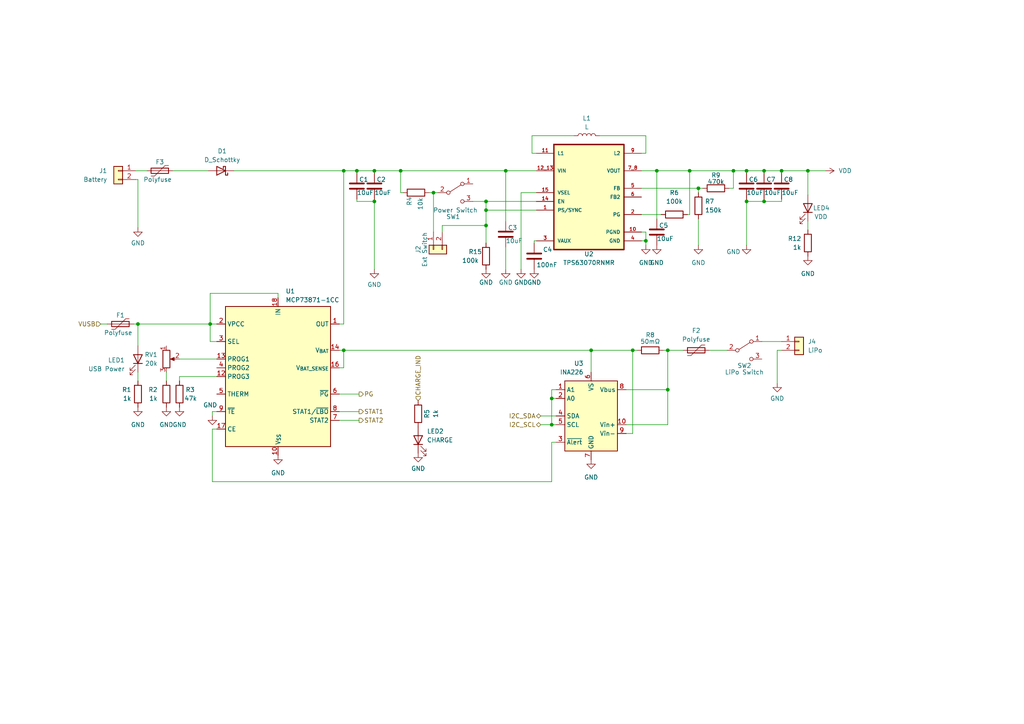
<source format=kicad_sch>
(kicad_sch (version 20230121) (generator eeschema)
  (paper "A4")
  (lib_symbols
    (symbol "Battery_Management:MCP73871-1CC"
      (property "Reference" "U" (at -7.62 24.13 0))
      (property "Value" "MCP73871-1CC" (at -15.24 21.59 0))
      (symbol "MCP73871-1CC_0_1"
        (rectangle (start -15.24 20.32) (end 15.24 -20.32) (stroke (width 0.254)) (fill (type background)))
      )
      (symbol "MCP73871-1CC_1_1"
        (pin power_out line (at 17.78 15.24 180) (length 2.54) (name "OUT") (number "1"))
        (pin power_in line (at 0 -22.86 90) (length 2.54) (name "V_{SS}") (number "10"))
        (pin passive line (at 0 -22.86 90) (length 2.54) hide (name "V_{SS}") (number "11"))
        (pin bidirectional line (at -17.78 0 0) (length 2.54) (name "PROG3") (number "12"))
        (pin bidirectional line (at -17.78 5.08 0) (length 2.54) (name "PROG1") (number "13"))
        (pin power_out line (at 17.78 7.62 180) (length 2.54) (name "V_{BAT}") (number "14"))
        (pin passive line (at 17.78 7.62 180) (length 2.54) hide (name "V_{BAT}") (number "15"))
        (pin input line (at 17.78 2.54 180) (length 2.54) (name "V_{BAT_SENSE}") (number "16"))
        (pin input line (at -17.78 -15.24 0) (length 2.54) (name "CE") (number "17"))
        (pin power_in line (at 0 22.86 270) (length 2.54) (name "IN") (number "18"))
        (pin passive line (at 0 22.86 270) (length 2.54) hide (name "IN") (number "19"))
        (pin input line (at -17.78 15.24 0) (length 2.54) (name "VPCC") (number "2"))
        (pin passive line (at 17.78 15.24 180) (length 2.54) hide (name "OUT") (number "20"))
        (pin passive line (at 0 -22.86 90) (length 2.54) hide (name "V_{SS}") (number "21"))
        (pin input line (at -17.78 10.16 0) (length 2.54) (name "SEL") (number "3"))
        (pin input line (at -17.78 2.54 0) (length 2.54) (name "PROG2") (number "4"))
        (pin bidirectional line (at -17.78 -5.08 0) (length 2.54) (name "THERM") (number "5"))
        (pin open_collector line (at 17.78 -5.08 180) (length 2.54) (name "~{PG}") (number "6"))
        (pin open_collector line (at 17.78 -12.7 180) (length 2.54) (name "STAT2") (number "7"))
        (pin open_collector line (at 17.78 -10.16 180) (length 2.54) (name "STAT1/~{LBO}") (number "8"))
        (pin input line (at -17.78 -10.16 0) (length 2.54) (name "~{TE}") (number "9"))
      )
    )
    (symbol "Connector_Generic:Conn_01x02" (pin_names (offset 1.016) hide)
      (property "Reference" "J" (at 0 2.54 0))
      (property "Value" "Conn_01x02" (at 0 -5.08 0))
      (symbol "Conn_01x02_1_1"
        (rectangle (start -1.27 -2.413) (end 0 -2.667) (stroke (width 0.1524)))
        (rectangle (start -1.27 0.127) (end 0 -0.127) (stroke (width 0.1524)))
        (rectangle (start -1.27 1.27) (end 1.27 -3.81) (stroke (width 0.254)) (fill (type background)))
        (pin passive line (at -5.08 0 0) (length 3.81) (name "Pin_1") (number "1"))
        (pin passive line (at -5.08 -2.54 0) (length 3.81) (name "Pin_2") (number "2"))
      )
    )
    (symbol "Device:C" (pin_numbers hide) (pin_names (offset 0.254))
      (property "Reference" "C" (at 0.635 2.54 0))
      (property "Value" "C" (at 0.635 -2.54 0))
      (symbol "C_0_1"
        (polyline (pts (xy -2.032 -0.762) (xy 2.032 -0.762)) (stroke (width 0.508)))
        (polyline (pts (xy -2.032 0.762) (xy 2.032 0.762)) (stroke (width 0.508)))
      )
      (symbol "C_1_1"
        (pin passive line (at 0 3.81 270) (length 2.794) (name "~") (number "1"))
        (pin passive line (at 0 -3.81 90) (length 2.794) (name "~") (number "2"))
      )
    )
    (symbol "Device:D_Schottky" (pin_numbers hide) (pin_names (offset 1.016) hide)
      (property "Reference" "D" (at 0 2.54 0))
      (property "Value" "D_Schottky" (at 0 -2.54 0))
      (symbol "D_Schottky_0_1"
        (polyline (pts (xy 1.27 0) (xy -1.27 0)))
        (polyline (pts (xy 1.27 1.27) (xy 1.27 -1.27) (xy -1.27 0) (xy 1.27 1.27)) (stroke (width 0.254)))
        (polyline (pts (xy -1.905 0.635) (xy -1.905 1.27) (xy -1.27 1.27) (xy -1.27 -1.27) (xy -0.635 -1.27) (xy -0.635 -0.635)) (stroke (width 0.254)))
      )
      (symbol "D_Schottky_1_1"
        (pin passive line (at -3.81 0 0) (length 2.54) (name "K") (number "1"))
        (pin passive line (at 3.81 0 180) (length 2.54) (name "A") (number "2"))
      )
    )
    (symbol "Device:L" (pin_numbers hide) (pin_names (offset 1.016) hide)
      (property "Reference" "L" (at -1.27 0 90))
      (property "Value" "L" (at 1.905 0 90))
      (symbol "L_0_1"
        (arc (start 0 -2.54) (mid 0.6323 -1.905) (end 0 -1.27))
        (arc (start 0 -1.27) (mid 0.6323 -0.635) (end 0 0))
        (arc (start 0 0) (mid 0.6323 0.635) (end 0 1.27))
        (arc (start 0 1.27) (mid 0.6323 1.905) (end 0 2.54))
      )
      (symbol "L_1_1"
        (pin passive line (at 0 3.81 270) (length 1.27) (name "1") (number "1"))
        (pin passive line (at 0 -3.81 90) (length 1.27) (name "2") (number "2"))
      )
    )
    (symbol "Device:LED" (pin_numbers hide) (pin_names (offset 1.016) hide)
      (property "Reference" "D" (at 0 2.54 0))
      (property "Value" "LED" (at 0 -2.54 0))
      (symbol "LED_0_1"
        (polyline (pts (xy -1.27 -1.27) (xy -1.27 1.27)) (stroke (width 0.254)))
        (polyline (pts (xy -1.27 0) (xy 1.27 0)))
        (polyline (pts (xy 1.27 -1.27) (xy 1.27 1.27) (xy -1.27 0) (xy 1.27 -1.27)) (stroke (width 0.254)))
        (polyline (pts (xy -3.048 -0.762) (xy -4.572 -2.286) (xy -3.81 -2.286) (xy -4.572 -2.286) (xy -4.572 -1.524)))
        (polyline (pts (xy -1.778 -0.762) (xy -3.302 -2.286) (xy -2.54 -2.286) (xy -3.302 -2.286) (xy -3.302 -1.524)))
      )
      (symbol "LED_1_1"
        (pin passive line (at -3.81 0 0) (length 2.54) (name "K") (number "1"))
        (pin passive line (at 3.81 0 180) (length 2.54) (name "A") (number "2"))
      )
    )
    (symbol "Device:Polyfuse" (pin_numbers hide) (pin_names (offset 0))
      (property "Reference" "F" (at -2.54 0 90))
      (property "Value" "Polyfuse" (at 2.54 0 90))
      (symbol "Polyfuse_0_1"
        (rectangle (start -0.762 2.54) (end 0.762 -2.54) (stroke (width 0.254)))
        (polyline (pts (xy 0 2.54) (xy 0 -2.54)))
        (polyline (pts (xy -1.524 2.54) (xy -1.524 1.524) (xy 1.524 -1.524) (xy 1.524 -2.54)))
      )
      (symbol "Polyfuse_1_1"
        (pin passive line (at 0 3.81 270) (length 1.27) (name "~") (number "1"))
        (pin passive line (at 0 -3.81 90) (length 1.27) (name "~") (number "2"))
      )
    )
    (symbol "Device:R" (pin_numbers hide) (pin_names (offset 0))
      (property "Reference" "R" (at 2.032 0 90))
      (property "Value" "R" (at 0 0 90))
      (symbol "R_0_1"
        (rectangle (start -1.016 -2.54) (end 1.016 2.54) (stroke (width 0.254)))
      )
      (symbol "R_1_1"
        (pin passive line (at 0 3.81 270) (length 1.27) (name "~") (number "1"))
        (pin passive line (at 0 -3.81 90) (length 1.27) (name "~") (number "2"))
      )
    )
    (symbol "Device:R_Potentiometer" (pin_names (offset 1.016) hide)
      (property "Reference" "RV" (at -4.445 0 90))
      (property "Value" "R_Potentiometer" (at -2.54 0 90))
      (symbol "R_Potentiometer_0_1"
        (polyline (pts (xy 2.54 0) (xy 1.524 0)))
        (polyline (pts (xy 1.143 0) (xy 2.286 0.508) (xy 2.286 -0.508) (xy 1.143 0)) (fill (type outline)))
        (rectangle (start 1.016 2.54) (end -1.016 -2.54) (stroke (width 0.254)))
      )
      (symbol "R_Potentiometer_1_1"
        (pin passive line (at 0 3.81 270) (length 1.27) (name "1") (number "1"))
        (pin passive line (at 3.81 0 180) (length 1.27) (name "2") (number "2"))
        (pin passive line (at 0 -3.81 90) (length 1.27) (name "3") (number "3"))
      )
    )
    (symbol "Sensor_Energy:INA226"
      (property "Reference" "U" (at -6.35 11.43 0))
      (property "Value" "INA226" (at 3.81 11.43 0))
      (symbol "INA226_0_1"
        (rectangle (start 7.62 10.16) (end -7.62 -10.16) (stroke (width 0.254)) (fill (type background)))
      )
      (symbol "INA226_1_1"
        (pin input line (at 10.16 7.62 180) (length 2.54) (name "A1") (number "1"))
        (pin input line (at -10.16 -2.54 0) (length 2.54) (name "Vin+") (number "10"))
        (pin input line (at 10.16 5.08 180) (length 2.54) (name "A0") (number "2"))
        (pin open_collector line (at 10.16 -7.62 180) (length 2.54) (name "~{Alert}") (number "3"))
        (pin bidirectional line (at 10.16 0 180) (length 2.54) (name "SDA") (number "4"))
        (pin input line (at 10.16 -2.54 180) (length 2.54) (name "SCL") (number "5"))
        (pin power_in line (at 0 12.7 270) (length 2.54) (name "VS") (number "6"))
        (pin power_in line (at 0 -12.7 90) (length 2.54) (name "GND") (number "7"))
        (pin input line (at -10.16 7.62 0) (length 2.54) (name "Vbus") (number "8"))
        (pin input line (at -10.16 -5.08 0) (length 2.54) (name "Vin-") (number "9"))
      )
    )
    (symbol "Switch:SW_SPDT" (pin_names (offset 0) hide)
      (property "Reference" "SW" (at 0 4.318 0))
      (property "Value" "SW_SPDT" (at 0 -5.08 0))
      (symbol "SW_SPDT_0_0"
        (circle (center -2.032 0) (radius 0.508))
        (circle (center 2.032 -2.54) (radius 0.508))
      )
      (symbol "SW_SPDT_0_1"
        (polyline (pts (xy -1.524 0.254) (xy 1.651 2.286)))
        (circle (center 2.032 2.54) (radius 0.508))
      )
      (symbol "SW_SPDT_1_1"
        (pin passive line (at 5.08 2.54 180) (length 2.54) (name "A") (number "1"))
        (pin passive line (at -5.08 0 0) (length 2.54) (name "B") (number "2"))
        (pin passive line (at 5.08 -2.54 180) (length 2.54) (name "C") (number "3"))
      )
    )
    (symbol "WOBCLibrary:TPS63070RNMR" (pin_names (offset 1.016))
      (property "Reference" "U" (at -12.7 29.21 0))
      (property "Value" "TPS63070RNMR" (at -12.7 -19.24 0))
      (symbol "TPS63070RNMR_0_0"
        (rectangle (start -10.16 15.24) (end 10.16 -15.24) (stroke (width 0.41)) (fill (type background)))
        (pin input line (at -15.24 -3.81 0) (length 5.08) (name "PS/SYNC") (number "1"))
        (pin power_in line (at 15.24 -10.16 180) (length 5.08) (name "PGND") (number "10"))
        (pin bidirectional line (at -15.24 12.7 0) (length 5.08) (name "L1") (number "11"))
        (pin input line (at -15.24 7.62 0) (length 5.08) (name "VIN") (number "12_13"))
        (pin input line (at -15.24 -1.27 0) (length 5.08) (name "EN") (number "14"))
        (pin input line (at -15.24 1.27 0) (length 5.08) (name "VSEL") (number "15"))
        (pin output line (at 15.24 -5.08 180) (length 5.08) (name "PG") (number "2"))
        (pin output line (at -15.24 -12.7 0) (length 5.08) (name "VAUX") (number "3"))
        (pin power_in line (at 15.24 -12.7 180) (length 5.08) (name "GND") (number "4"))
        (pin input line (at 15.24 2.54 180) (length 5.08) (name "FB") (number "5"))
        (pin output line (at 15.24 0 180) (length 5.08) (name "FB2") (number "6"))
        (pin output line (at 15.24 7.62 180) (length 5.08) (name "VOUT") (number "7_8"))
        (pin bidirectional line (at 15.24 12.7 180) (length 5.08) (name "L2") (number "9"))
      )
    )
    (symbol "power:GND" (power) (pin_names (offset 0))
      (property "Value" "GND" (at 0 -3.81 0))
      (symbol "GND_0_1"
        (polyline (pts (xy 0 0) (xy 0 -1.27) (xy 1.27 -1.27) (xy 0 -2.54) (xy -1.27 -1.27) (xy 0 -1.27)))
      )
      (symbol "GND_1_1"
        (pin power_in line (at 0 0 270) (length 0) hide (name "GND") (number "1"))
      )
    )
    (symbol "power:VDD" (power) (pin_names (offset 0))
      (property "Value" "VDD" (at 0 3.81 0))
      (symbol "VDD_0_1"
        (polyline (pts (xy -0.762 1.27) (xy 0 2.54)))
        (polyline (pts (xy 0 0) (xy 0 2.54)))
        (polyline (pts (xy 0 2.54) (xy 0.762 1.27)))
      )
      (symbol "VDD_1_1"
        (pin power_in line (at 0 0 90) (length 0) hide (name "VDD") (number "1"))
      )
    )
  )
  (junction (at 200.025 49.53))
  (junction (at 216.535 58.42))
  (junction (at 140.97 60.96))
  (junction (at 212.725 49.53))
  (junction (at 187.325 69.85))
  (junction (at 202.565 54.61))
  (junction (at 221.615 58.42))
  (junction (at 103.505 49.53))
  (junction (at 171.45 101.6))
  (junction (at 40.005 93.98))
  (junction (at 146.685 49.53))
  (junction (at 140.97 65.405))
  (junction (at 160.02 123.19))
  (junction (at 216.535 49.53))
  (junction (at 183.515 101.6))
  (junction (at 108.585 58.42))
  (junction (at 221.615 49.53))
  (junction (at 99.695 101.6))
  (junction (at 125.73 55.88))
  (junction (at 160.02 115.57))
  (junction (at 99.695 49.53))
  (junction (at 60.96 93.98))
  (junction (at 193.675 113.03))
  (junction (at 108.585 49.53))
  (junction (at 234.315 49.53))
  (junction (at 226.695 49.53))
  (junction (at 190.5 49.53))
  (junction (at 140.97 58.42))
  (junction (at 116.205 49.53))
  (junction (at 193.675 101.6))
  (wire (pts (xy 116.205 55.88) (xy 116.205 49.53)))
  (wire (pts (xy 128.27 65.405) (xy 140.97 65.405)))
  (wire (pts (xy 225.425 101.6) (xy 226.695 101.6)))
  (wire (pts (xy 202.565 54.61) (xy 203.835 54.61)))
  (wire (pts (xy 52.07 104.14) (xy 62.865 104.14)))
  (wire (pts (xy 98.425 119.38) (xy 104.14 119.38)))
  (wire (pts (xy 225.425 111.125) (xy 225.425 101.6)))
  (wire (pts (xy 146.685 49.53) (xy 155.575 49.53)))
  (wire (pts (xy 103.505 49.53) (xy 103.505 50.165)))
  (wire (pts (xy 221.615 57.785) (xy 221.615 58.42)))
  (wire (pts (xy 221.615 49.53) (xy 226.695 49.53)))
  (wire (pts (xy 160.02 115.57) (xy 160.02 113.03)))
  (wire (pts (xy 220.98 99.06) (xy 226.695 99.06)))
  (wire (pts (xy 202.565 55.88) (xy 202.565 54.61)))
  (wire (pts (xy 191.77 62.23) (xy 186.055 62.23)))
  (wire (pts (xy 154.305 44.45) (xy 155.575 44.45)))
  (wire (pts (xy 187.325 39.37) (xy 187.325 44.45)))
  (wire (pts (xy 52.07 110.49) (xy 52.07 109.22)))
  (wire (pts (xy 140.97 60.96) (xy 140.97 65.405)))
  (wire (pts (xy 29.21 93.98) (xy 31.115 93.98)))
  (wire (pts (xy 61.595 124.46) (xy 61.595 139.7)))
  (wire (pts (xy 39.37 52.07) (xy 40.005 52.07)))
  (wire (pts (xy 192.405 101.6) (xy 193.675 101.6)))
  (wire (pts (xy 187.325 69.85) (xy 186.055 69.85)))
  (wire (pts (xy 221.615 58.42) (xy 216.535 58.42)))
  (wire (pts (xy 226.695 49.53) (xy 234.315 49.53)))
  (wire (pts (xy 128.27 67.31) (xy 128.27 65.405)))
  (wire (pts (xy 99.695 101.6) (xy 98.425 101.6)))
  (wire (pts (xy 99.695 106.68) (xy 99.695 101.6)))
  (wire (pts (xy 193.675 113.03) (xy 193.675 101.6)))
  (wire (pts (xy 160.02 128.27) (xy 161.29 128.27)))
  (wire (pts (xy 103.505 58.42) (xy 108.585 58.42)))
  (wire (pts (xy 226.695 58.42) (xy 221.615 58.42)))
  (wire (pts (xy 202.565 63.5) (xy 202.565 71.12)))
  (wire (pts (xy 156.845 120.65) (xy 161.29 120.65)))
  (wire (pts (xy 186.055 49.53) (xy 190.5 49.53)))
  (wire (pts (xy 116.205 49.53) (xy 146.685 49.53)))
  (wire (pts (xy 181.61 125.73) (xy 183.515 125.73)))
  (wire (pts (xy 108.585 58.42) (xy 108.585 78.105)))
  (wire (pts (xy 212.725 49.53) (xy 216.535 49.53)))
  (wire (pts (xy 124.46 55.88) (xy 125.73 55.88)))
  (wire (pts (xy 40.005 110.49) (xy 40.005 107.95)))
  (wire (pts (xy 154.94 70.485) (xy 154.94 69.85)))
  (wire (pts (xy 103.505 57.785) (xy 103.505 58.42)))
  (wire (pts (xy 205.74 101.6) (xy 210.82 101.6)))
  (wire (pts (xy 183.515 101.6) (xy 184.785 101.6)))
  (wire (pts (xy 108.585 57.785) (xy 108.585 58.42)))
  (wire (pts (xy 160.02 115.57) (xy 160.02 123.19)))
  (wire (pts (xy 156.845 123.19) (xy 160.02 123.19)))
  (wire (pts (xy 38.735 93.98) (xy 40.005 93.98)))
  (wire (pts (xy 226.695 49.53) (xy 226.695 50.165)))
  (wire (pts (xy 154.305 39.37) (xy 154.305 44.45)))
  (wire (pts (xy 161.29 115.57) (xy 160.02 115.57)))
  (wire (pts (xy 125.73 55.88) (xy 125.73 67.31)))
  (wire (pts (xy 234.315 49.53) (xy 239.395 49.53)))
  (wire (pts (xy 140.97 58.42) (xy 155.575 58.42)))
  (wire (pts (xy 187.325 44.45) (xy 186.055 44.45)))
  (wire (pts (xy 226.695 57.785) (xy 226.695 58.42)))
  (wire (pts (xy 183.515 101.6) (xy 183.515 125.73)))
  (wire (pts (xy 160.02 139.7) (xy 160.02 128.27)))
  (wire (pts (xy 60.96 93.98) (xy 62.865 93.98)))
  (wire (pts (xy 200.025 49.53) (xy 212.725 49.53)))
  (wire (pts (xy 155.575 55.88) (xy 151.13 55.88)))
  (wire (pts (xy 108.585 49.53) (xy 108.585 50.165)))
  (wire (pts (xy 60.96 99.06) (xy 60.96 93.98)))
  (wire (pts (xy 181.61 113.03) (xy 193.675 113.03)))
  (wire (pts (xy 61.595 120.65) (xy 61.595 119.38)))
  (wire (pts (xy 104.14 121.92) (xy 98.425 121.92)))
  (wire (pts (xy 216.535 58.42) (xy 216.535 57.785)))
  (wire (pts (xy 193.675 101.6) (xy 198.12 101.6)))
  (wire (pts (xy 199.39 62.23) (xy 200.025 62.23)))
  (wire (pts (xy 187.325 69.85) (xy 187.325 71.12)))
  (wire (pts (xy 186.055 54.61) (xy 202.565 54.61)))
  (wire (pts (xy 211.455 54.61) (xy 212.725 54.61)))
  (wire (pts (xy 98.425 106.68) (xy 99.695 106.68)))
  (wire (pts (xy 155.575 60.96) (xy 140.97 60.96)))
  (wire (pts (xy 103.505 49.53) (xy 108.585 49.53)))
  (wire (pts (xy 62.865 99.06) (xy 60.96 99.06)))
  (wire (pts (xy 190.5 49.53) (xy 200.025 49.53)))
  (wire (pts (xy 40.005 52.07) (xy 40.005 66.04)))
  (wire (pts (xy 160.02 123.19) (xy 161.29 123.19)))
  (wire (pts (xy 171.45 101.6) (xy 183.515 101.6)))
  (wire (pts (xy 190.5 49.53) (xy 190.5 63.5)))
  (wire (pts (xy 187.325 67.31) (xy 187.325 69.85)))
  (wire (pts (xy 146.685 64.135) (xy 146.685 49.53)))
  (wire (pts (xy 116.84 55.88) (xy 116.205 55.88)))
  (wire (pts (xy 67.945 49.53) (xy 99.695 49.53)))
  (wire (pts (xy 140.97 58.42) (xy 140.97 60.96)))
  (wire (pts (xy 212.725 54.61) (xy 212.725 49.53)))
  (wire (pts (xy 200.025 62.23) (xy 200.025 49.53)))
  (wire (pts (xy 98.425 114.3) (xy 104.14 114.3)))
  (wire (pts (xy 146.685 71.755) (xy 146.685 78.105)))
  (wire (pts (xy 99.695 49.53) (xy 103.505 49.53)))
  (wire (pts (xy 137.16 58.42) (xy 140.97 58.42)))
  (wire (pts (xy 160.02 113.03) (xy 161.29 113.03)))
  (wire (pts (xy 151.13 55.88) (xy 151.13 78.105)))
  (wire (pts (xy 181.61 123.19) (xy 193.675 123.19)))
  (wire (pts (xy 60.96 85.09) (xy 60.96 93.98)))
  (wire (pts (xy 108.585 49.53) (xy 116.205 49.53)))
  (wire (pts (xy 50.165 49.53) (xy 60.325 49.53)))
  (wire (pts (xy 52.07 109.22) (xy 62.865 109.22)))
  (wire (pts (xy 154.94 69.85) (xy 155.575 69.85)))
  (wire (pts (xy 140.97 65.405) (xy 140.97 70.485)))
  (wire (pts (xy 186.055 67.31) (xy 187.325 67.31)))
  (wire (pts (xy 39.37 49.53) (xy 42.545 49.53)))
  (wire (pts (xy 80.645 85.09) (xy 60.96 85.09)))
  (wire (pts (xy 98.425 93.98) (xy 99.695 93.98)))
  (wire (pts (xy 80.645 86.36) (xy 80.645 85.09)))
  (wire (pts (xy 216.535 49.53) (xy 216.535 50.165)))
  (wire (pts (xy 61.595 139.7) (xy 160.02 139.7)))
  (wire (pts (xy 40.005 93.98) (xy 60.96 93.98)))
  (wire (pts (xy 48.26 110.49) (xy 48.26 107.95)))
  (wire (pts (xy 234.315 66.675) (xy 234.315 64.135)))
  (wire (pts (xy 234.315 49.53) (xy 234.315 56.515)))
  (wire (pts (xy 166.37 39.37) (xy 154.305 39.37)))
  (wire (pts (xy 171.45 101.6) (xy 171.45 107.95)))
  (wire (pts (xy 99.695 49.53) (xy 99.695 93.98)))
  (wire (pts (xy 99.695 101.6) (xy 171.45 101.6)))
  (wire (pts (xy 216.535 58.42) (xy 216.535 71.12)))
  (wire (pts (xy 40.005 93.98) (xy 40.005 100.33)))
  (wire (pts (xy 125.73 55.88) (xy 127 55.88)))
  (wire (pts (xy 221.615 49.53) (xy 221.615 50.165)))
  (wire (pts (xy 173.99 39.37) (xy 187.325 39.37)))
  (wire (pts (xy 62.865 124.46) (xy 61.595 124.46)))
  (wire (pts (xy 216.535 49.53) (xy 221.615 49.53)))
  (wire (pts (xy 193.675 123.19) (xy 193.675 113.03)))
  (wire (pts (xy 61.595 119.38) (xy 62.865 119.38)))
  (hierarchical_label "STAT1" (shape output) (at 104.14 119.38 0))
  (hierarchical_label "STAT2" (shape output) (at 104.14 121.92 0))
  (hierarchical_label "I2C_SCL" (shape bidirectional) (at 156.845 123.19 180))
  (hierarchical_label "PG" (shape output) (at 104.14 114.3 0))
  (hierarchical_label "CHARGE_IND" (shape input) (at 121.285 116.205 90))
  (hierarchical_label "I2C_SDA" (shape bidirectional) (at 156.845 120.65 180))
  (hierarchical_label "VUSB" (shape input) (at 29.21 93.98 180))
  (symbol (lib_id "power:GND") (at 80.645 132.08 0) (unit 1)
    (property "Reference" "#PWR07" (effects hide))
    (property "Value" "GND" (at 80.645 137.16 0))
  )
  (symbol (lib_id "Device:C") (at 221.615 53.975 0) (unit 1)
    (property "Reference" "C7" (at 222.25 52.07 0) (effects (justify left)))
    (property "Value" "10uF" (at 221.615 55.88 0) (effects (justify left)))
    (property "Footprint" "Capacitor_SMD:C_0805_2012Metric" (effects hide))
  )
  (symbol (lib_id "Device:Polyfuse") (at 46.355 49.53 90) (unit 1)
    (property "Reference" "F3" (at 46.355 46.99 90))
    (property "Value" "Polyfuse" (at 45.72 52.07 90))
  )
  (symbol (lib_id "Device:LED") (at 234.315 60.325 270) (mirror x) (unit 1)
    (property "Reference" "LED4" (at 240.665 60.325 90) (effects (justify right)))
    (property "Value" "VDD" (at 240.03 62.865 90) (effects (justify right)))
    (property "Footprint" "LED_SMD:LED_0603_1608Metric" (effects hide))
  )
  (symbol (lib_id "Device:R") (at 40.005 114.3 0) (mirror y) (unit 1)
    (property "Reference" "R1" (at 38.1 113.03 0) (effects (justify left)))
    (property "Value" "1k" (at 38.1 115.57 0) (effects (justify left)))
    (property "Footprint" "PCM_Resistor_SMD_AKL:R_0402_1005Metric" (effects hide))
  )
  (symbol (lib_id "Device:C") (at 103.505 53.975 0) (unit 1)
    (property "Reference" "C1" (at 104.14 52.07 0) (effects (justify left)))
    (property "Value" "10uF" (at 103.505 55.88 0) (effects (justify left)))
    (property "Footprint" "Capacitor_SMD:C_0805_2012Metric" (effects hide))
  )
  (symbol (lib_id "power:GND") (at 40.005 66.04 0) (unit 1)
    (property "Reference" "#PWR01" (effects hide))
    (property "Value" "GND" (at 40.005 70.485 0))
  )
  (symbol (lib_id "Device:C") (at 216.535 53.975 0) (unit 1)
    (property "Reference" "C6" (at 217.17 52.07 0) (effects (justify left)))
    (property "Value" "10uF" (at 216.535 55.88 0) (effects (justify left)))
    (property "Footprint" "Capacitor_SMD:C_0805_2012Metric" (effects hide))
  )
  (symbol (lib_id "Device:L") (at 170.18 39.37 90) (unit 1)
    (property "Reference" "L1" (at 170.18 34.29 90))
    (property "Value" "L" (at 170.18 36.83 90))
    (property "Footprint" "Inductor_SMD:L_Wuerth_WE-TPC-3816" (effects hide))
  )
  (symbol (lib_id "Connector_Generic:Conn_01x02") (at 231.775 99.06 0) (unit 1)
    (property "Reference" "J4" (at 234.315 99.06 0) (effects (justify left)))
    (property "Value" "LiPo" (at 234.315 101.6 0) (effects (justify left)))
    (property "Footprint" "Connector_JST:JST_PH_S2B-PH-K_1x02_P2.00mm_Horizontal" (effects hide))
  )
  (symbol (lib_id "power:GND") (at 187.325 71.12 0) (unit 1)
    (property "Reference" "#PWR012" (effects hide))
    (property "Value" "GND" (at 187.325 76.2 0))
  )
  (symbol (lib_id "power:GND") (at 171.45 133.35 0) (unit 1)
    (property "Reference" "#PWR013" (effects hide))
    (property "Value" "GND" (at 171.45 138.43 0))
  )
  (symbol (lib_id "power:GND") (at 225.425 111.125 0) (unit 1)
    (property "Reference" "#PWR019" (effects hide))
    (property "Value" "GND" (at 225.425 115.57 0))
  )
  (symbol (lib_id "Device:C") (at 190.5 67.31 0) (unit 1)
    (property "Reference" "C5" (at 191.135 65.405 0) (effects (justify left)))
    (property "Value" "10uF" (at 190.5 69.215 0) (effects (justify left)))
    (property "Footprint" "Capacitor_SMD:C_0603_1608Metric" (effects hide))
  )
  (symbol (lib_id "Device:C") (at 226.695 53.975 0) (unit 1)
    (property "Reference" "C8" (at 227.33 52.07 0) (effects (justify left)))
    (property "Value" "10uF" (at 226.695 55.88 0) (effects (justify left)))
    (property "Footprint" "Capacitor_SMD:C_0805_2012Metric" (effects hide))
  )
  (symbol (lib_id "power:GND") (at 108.585 78.105 0) (unit 1)
    (property "Reference" "#PWR08" (effects hide))
    (property "Value" "GND" (at 108.585 82.55 0))
  )
  (symbol (lib_id "Device:R") (at 207.645 54.61 90) (unit 1)
    (property "Reference" "R9" (at 207.645 50.8 90))
    (property "Value" "470k" (at 207.645 52.705 90))
    (property "Footprint" "PCM_Resistor_SMD_AKL:R_0402_1005Metric" (effects hide))
  )
  (symbol (lib_id "Device:C") (at 154.94 74.295 0) (unit 1)
    (property "Reference" "C4" (at 157.48 72.39 0) (effects (justify left)))
    (property "Value" "100nF" (at 155.575 76.835 0) (effects (justify left)))
    (property "Footprint" "Capacitor_SMD:C_0402_1005Metric" (effects hide))
  )
  (symbol (lib_id "power:GND") (at 234.315 74.295 0) (unit 1)
    (property "Reference" "#PWR021" (effects hide))
    (property "Value" "GND" (at 234.315 79.375 0))
  )
  (symbol (lib_id "power:GND") (at 216.535 71.12 0) (unit 1)
    (property "Reference" "#PWR016" (effects hide))
    (property "Value" "GND" (at 212.725 73.025 0))
  )
  (symbol (lib_id "Device:R") (at 188.595 101.6 90) (unit 1)
    (property "Reference" "R8" (at 188.595 97.155 90))
    (property "Value" "50mΩ" (at 188.595 99.06 90))
    (property "Footprint" "Resistor_SMD:R_0805_2012Metric" (effects hide))
  )
  (symbol (lib_id "Device:R_Potentiometer") (at 48.26 104.14 0) (unit 1)
    (property "Reference" "RV1" (at 45.72 102.87 0) (effects (justify right)))
    (property "Value" "20k" (at 45.72 105.41 0) (effects (justify right)))
    (property "Footprint" "PCM_Resistor_SMD_AKL:R_0402_1005Metric" (effects hide))
  )
  (symbol (lib_id "Device:C") (at 108.585 53.975 0) (unit 1)
    (property "Reference" "C2" (at 109.22 52.07 0) (effects (justify left)))
    (property "Value" "10uF" (at 108.585 55.88 0) (effects (justify left)))
    (property "Footprint" "Capacitor_SMD:C_0805_2012Metric" (effects hide))
  )
  (symbol (lib_id "power:GND") (at 48.26 118.11 0) (unit 1)
    (property "Reference" "#PWR03" (effects hide))
    (property "Value" "GND" (at 48.26 123.19 0))
  )
  (symbol (lib_id "Device:R") (at 48.26 114.3 0) (mirror y) (unit 1)
    (property "Reference" "R2" (at 45.72 113.03 0) (effects (justify left)))
    (property "Value" "1k" (at 45.72 115.57 0) (effects (justify left)))
    (property "Footprint" "PCM_Resistor_SMD_AKL:R_0402_1005Metric" (effects hide))
  )
  (symbol (lib_id "Device:D_Schottky") (at 64.135 49.53 180) (unit 1)
    (property "Reference" "D1" (at 64.4525 43.815 0))
    (property "Value" "D_Schottky" (at 64.4525 46.355 0))
  )
  (symbol (lib_id "Device:R") (at 121.285 120.015 180) (unit 1)
    (property "Reference" "R5" (at 123.825 120.015 90))
    (property "Value" "1k" (at 126.365 120.015 90))
    (property "Footprint" "PCM_Resistor_SMD_AKL:R_0402_1005Metric" (effects hide))
  )
  (symbol (lib_id "Device:R") (at 140.97 74.295 0) (unit 1)
    (property "Reference" "R15" (at 135.89 73.025 0) (effects (justify left)))
    (property "Value" "100k" (at 133.985 75.565 0) (effects (justify left)))
    (property "Footprint" "PCM_Resistor_SMD_AKL:R_0402_1005Metric" (effects hide))
  )
  (symbol (lib_id "power:GND") (at 121.285 131.445 0) (unit 1)
    (property "Reference" "#PWR024" (effects hide))
    (property "Value" "GND" (at 121.285 135.89 0))
  )
  (symbol (lib_id "power:GND") (at 140.97 78.105 0) (unit 1)
    (property "Reference" "#PWR025" (effects hide))
    (property "Value" "GND" (at 140.97 81.915 0))
  )
  (symbol (lib_id "power:GND") (at 146.685 78.105 0) (unit 1)
    (property "Reference" "#PWR06" (effects hide))
    (property "Value" "GND" (at 146.685 81.915 0))
  )
  (symbol (lib_id "Device:R") (at 234.315 70.485 0) (mirror y) (unit 1)
    (property "Reference" "R12" (at 232.41 69.215 0) (effects (justify left)))
    (property "Value" "1k" (at 232.41 71.755 0) (effects (justify left)))
    (property "Footprint" "PCM_Resistor_SMD_AKL:R_0402_1005Metric" (effects hide))
  )
  (symbol (lib_id "power:VDD") (at 239.395 49.53 270) (unit 1)
    (property "Reference" "#PWR022" (effects hide))
    (property "Value" "VDD" (at 243.205 49.53 90) (effects (justify left)))
  )
  (symbol (lib_id "Device:R") (at 195.58 62.23 270) (unit 1)
    (property "Reference" "R6" (at 195.58 55.88 90))
    (property "Value" "100k" (at 195.58 58.42 90))
    (property "Footprint" "PCM_Resistor_SMD_AKL:R_0402_1005Metric" (effects hide))
  )
  (symbol (lib_id "power:GND") (at 52.07 118.11 0) (unit 1)
    (property "Reference" "#PWR04" (effects hide))
    (property "Value" "GND" (at 52.07 123.19 0))
  )
  (symbol (lib_id "Device:C") (at 146.685 67.945 0) (unit 1)
    (property "Reference" "C3" (at 147.32 66.04 0) (effects (justify left)))
    (property "Value" "10uF" (at 146.685 69.85 0) (effects (justify left)))
    (property "Footprint" "Capacitor_SMD:C_0603_1608Metric" (effects hide))
  )
  (symbol (lib_id "Device:R") (at 120.65 55.88 90) (unit 1)
    (property "Reference" "R4" (at 118.745 59.69 0) (effects (justify left)))
    (property "Value" "10k" (at 121.92 60.96 0) (effects (justify left)))
    (property "Footprint" "PCM_Resistor_SMD_AKL:R_0402_1005Metric" (effects hide))
  )
  (symbol (lib_id "Sensor_Energy:INA226") (at 171.45 120.65 0) (mirror y) (unit 1)
    (property "Reference" "U3" (at 169.2559 105.41 0) (effects (justify left)))
    (property "Value" "INA226" (at 169.2559 107.95 0) (effects (justify left)))
    (property "Footprint" "Package_SO:VSSOP-10_3x3mm_P0.5mm" (effects hide))
    (property "Datasheet" "http://www.ti.com/lit/ds/symlink/ina226.pdf" (effects hide))
  )
  (symbol (lib_id "power:GND") (at 61.595 120.65 0) (unit 1)
    (property "Reference" "#PWR05" (effects hide))
    (property "Value" "GND" (at 60.96 117.475 0))
  )
  (symbol (lib_id "Connector_Generic:Conn_01x02") (at 125.73 72.39 90) (mirror x) (unit 1)
    (property "Reference" "J2" (at 121.285 72.39 0))
    (property "Value" "Ext Switch" (at 123.19 72.39 0))
    (property "Footprint" "Connector_JST:JST_PH_S2B-PH-K_1x02_P2.00mm_Horizontal" (effects hide))
  )
  (symbol (lib_id "power:GND") (at 40.005 118.11 0) (unit 1)
    (property "Reference" "#PWR02" (effects hide))
    (property "Value" "GND" (at 40.005 123.19 0))
  )
  (symbol (lib_id "power:GND") (at 190.5 71.12 0) (unit 1)
    (property "Reference" "#PWR014" (effects hide))
    (property "Value" "GND" (at 190.5 76.2 0))
  )
  (symbol (lib_id "Switch:SW_SPDT") (at 215.9 101.6 0) (unit 1)
    (property "Reference" "SW2" (at 215.9 106.045 0))
    (property "Value" "LiPo Switch" (at 215.9 107.95 0))
  )
  (symbol (lib_id "power:GND") (at 151.13 78.105 0) (unit 1)
    (property "Reference" "#PWR010" (effects hide))
    (property "Value" "GND" (at 151.13 81.915 0))
  )
  (symbol (lib_id "Device:LED") (at 121.285 127.635 90) (unit 1)
    (property "Reference" "LED2" (at 123.825 125.095 90) (effects (justify right)))
    (property "Value" "CHARGE" (at 123.825 127.635 90) (effects (justify right)))
    (property "Footprint" "LED_SMD:LED_0603_1608Metric" (effects hide))
  )
  (symbol (lib_id "Device:R") (at 202.565 59.69 180) (unit 1)
    (property "Reference" "R7" (at 204.47 58.42 0) (effects (justify right)))
    (property "Value" "150k" (at 204.47 60.96 0) (effects (justify right)))
    (property "Footprint" "PCM_Resistor_SMD_AKL:R_0402_1005Metric" (effects hide))
  )
  (symbol (lib_id "Connector_Generic:Conn_01x02") (at 34.29 49.53 0) (mirror y) (unit 1)
    (property "Reference" "J1" (at 31.115 49.53 0) (effects (justify left)))
    (property "Value" "Battery" (at 31.115 52.07 0) (effects (justify left)))
    (property "Footprint" "Connector_JST:JST_XH_S2B-XH-A_1x02_P2.50mm_Horizontal" (effects hide))
  )
  (symbol (lib_id "Device:Polyfuse") (at 34.925 93.98 90) (unit 1)
    (property "Reference" "F1" (at 34.925 91.44 90))
    (property "Value" "Polyfuse" (at 34.29 96.52 90))
  )
  (symbol (lib_id "Device:R") (at 52.07 114.3 0) (mirror y) (unit 1)
    (property "Reference" "R3" (at 56.515 113.03 0) (effects (justify left)))
    (property "Value" "47k" (at 57.15 115.57 0) (effects (justify left)))
    (property "Footprint" "PCM_Resistor_SMD_AKL:R_0402_1005Metric" (effects hide))
  )
  (symbol (lib_id "Device:Polyfuse") (at 201.93 101.6 90) (unit 1)
    (property "Reference" "F2" (at 201.93 95.885 90))
    (property "Value" "Polyfuse" (at 201.93 98.425 90))
  )
  (symbol (lib_id "power:GND") (at 202.565 71.12 0) (unit 1)
    (property "Reference" "#PWR015" (effects hide))
    (property "Value" "GND" (at 202.565 76.2 0))
  )
  (symbol (lib_id "WOBCLibrary:TPS63070RNMR") (at 170.815 57.15 0) (unit 1)
    (property "Reference" "U2" (at 170.815 73.66 0))
    (property "Value" "TPS63070RNMR" (at 170.815 76.2 0))
    (property "Footprint" "WOBCLibrary:VREG_TPS63070RNMR" (effects hide))
    (property "MF" "Texas Instruments" (effects hide))
    (property "Description" "\nWide input voltage (2V-16V) buck-boost converter\n" (effects hide))
    (property "Package" "VQFN-HR-15 Texas Instruments" (effects hide))
    (property "Price" "None" (effects hide))
    (property "SnapEDA_Link" "https://www.snapeda.com/parts/TPS63070RNMR/Texas+Instruments/view-part/?ref=snap" (effects hide))
    (property "MP" "TPS63070RNMR" (effects hide))
    (property "Purchase-URL" "https://www.snapeda.com/api/url_track_click_mouser/?unipart_id=583017&manufacturer=Texas Instruments&part_name=TPS63070RNMR&search_term=None" (effects hide))
    (property "Availability" "In Stock" (effects hide))
    (property "Check_prices" "https://www.snapeda.com/parts/TPS63070RNMR/Texas+Instruments/view-part/?ref=eda" (effects hide))
  )
  (symbol (lib_id "Device:LED") (at 40.005 104.14 270) (mirror x) (unit 1)
    (property "Reference" "LED1" (at 36.195 104.4575 90) (effects (justify right)))
    (property "Value" "USB Power" (at 36.195 106.9975 90) (effects (justify right)))
    (property "Footprint" "LED_SMD:LED_0603_1608Metric" (effects hide))
  )
  (symbol (lib_id "Switch:SW_SPDT") (at 132.08 55.88 0) (unit 1)
    (property "Reference" "SW1" (at 131.445 62.865 0))
    (property "Value" "Power Switch" (at 132.08 60.96 0))
  )
  (symbol (lib_id "power:GND") (at 154.94 78.105 0) (unit 1)
    (property "Reference" "#PWR011" (effects hide))
    (property "Value" "GND" (at 154.94 81.915 0))
  )
  (symbol (lib_id "Battery_Management:MCP73871-1CC") (at 80.645 109.22 0) (unit 1)
    (property "Reference" "U1" (at 82.8391 84.455 0) (effects (justify left)))
    (property "Value" "MCP73871-1CC" (at 82.8391 86.995 0) (effects (justify left)))
    (property "Footprint" "Package_DFN_QFN:QFN-20-1EP_4x4mm_P0.5mm_EP2.5x2.5mm" (effects hide))
    (property "Datasheet" "http://www.mouser.com/ds/2/268/22090a-52174.pdf" (effects hide))
  )
)
</source>
